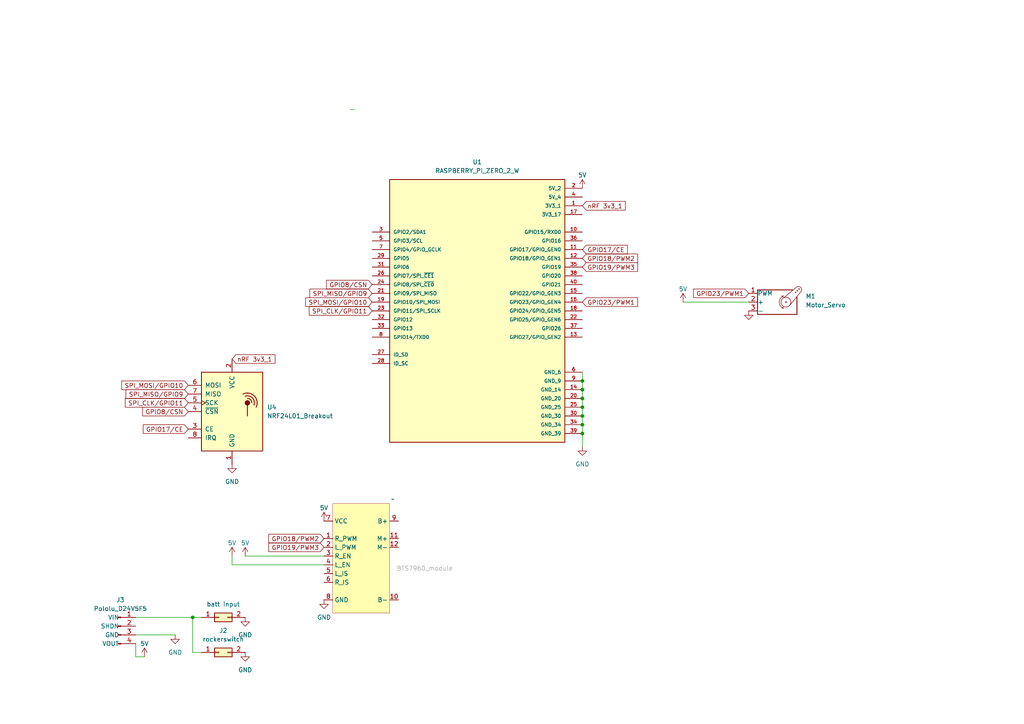
<source format=kicad_sch>
(kicad_sch
	(version 20250114)
	(generator "eeschema")
	(generator_version "9.0")
	(uuid "c8405580-4e51-4ad4-ba46-f370dc369b98")
	(paper "A4")
	(lib_symbols
		(symbol "BTS7690_module:BTS7690"
			(exclude_from_sim no)
			(in_bom yes)
			(on_board yes)
			(property "Reference" "U"
				(at 2.54 -1.27 0)
				(effects
					(font
						(size 1.27 1.27)
					)
					(hide yes)
				)
			)
			(property "Value" ""
				(at 0 0 0)
				(effects
					(font
						(size 1.27 1.27)
					)
				)
			)
			(property "Footprint" ""
				(at 0 0 0)
				(effects
					(font
						(size 1.27 1.27)
					)
					(hide yes)
				)
			)
			(property "Datasheet" ""
				(at 0 0 0)
				(effects
					(font
						(size 1.27 1.27)
					)
					(hide yes)
				)
			)
			(property "Description" ""
				(at 0 0 0)
				(effects
					(font
						(size 1.27 1.27)
					)
					(hide yes)
				)
			)
			(symbol "BTS7690_0_1"
				(rectangle
					(start -8.89 15.24)
					(end 7.62 -16.51)
					(stroke
						(width 0.0254)
						(type default)
					)
					(fill
						(type color)
						(color 255 254 177 1)
					)
				)
			)
			(symbol "BTS7690_1_1"
				(text "BTS7960_module\n"
					(at 17.78 -3.556 0)
					(effects
						(font
							(size 1.27 1.27)
							(color 174 174 174 1)
						)
					)
				)
				(pin power_in line
					(at -11.43 10.16 0)
					(length 2.54)
					(name "VCC"
						(effects
							(font
								(size 1.27 1.27)
							)
						)
					)
					(number "7"
						(effects
							(font
								(size 1.27 1.27)
							)
						)
					)
				)
				(pin input line
					(at -11.43 5.08 0)
					(length 2.54)
					(name "R_PWM"
						(effects
							(font
								(size 1.27 1.27)
							)
						)
					)
					(number "1"
						(effects
							(font
								(size 1.27 1.27)
							)
						)
					)
				)
				(pin input line
					(at -11.43 2.54 0)
					(length 2.54)
					(name "L_PWM"
						(effects
							(font
								(size 1.27 1.27)
							)
						)
					)
					(number "2"
						(effects
							(font
								(size 1.27 1.27)
							)
						)
					)
				)
				(pin input line
					(at -11.43 0 0)
					(length 2.54)
					(name "R_EN"
						(effects
							(font
								(size 1.27 1.27)
							)
						)
					)
					(number "3"
						(effects
							(font
								(size 1.27 1.27)
							)
						)
					)
				)
				(pin input line
					(at -11.43 -2.54 0)
					(length 2.54)
					(name "L_EN"
						(effects
							(font
								(size 1.27 1.27)
							)
						)
					)
					(number "4"
						(effects
							(font
								(size 1.27 1.27)
							)
						)
					)
				)
				(pin input line
					(at -11.43 -5.08 0)
					(length 2.54)
					(name "L_IS"
						(effects
							(font
								(size 1.27 1.27)
							)
						)
					)
					(number "5"
						(effects
							(font
								(size 1.27 1.27)
							)
						)
					)
				)
				(pin input line
					(at -11.43 -7.62 0)
					(length 2.54)
					(name "R_IS"
						(effects
							(font
								(size 1.27 1.27)
							)
						)
					)
					(number "6"
						(effects
							(font
								(size 1.27 1.27)
							)
						)
					)
				)
				(pin passive line
					(at -11.43 -12.7 0)
					(length 2.54)
					(name "GND"
						(effects
							(font
								(size 1.27 1.27)
							)
						)
					)
					(number "8"
						(effects
							(font
								(size 1.27 1.27)
							)
						)
					)
				)
				(pin passive line
					(at 10.16 10.16 180)
					(length 2.54)
					(name "B+"
						(effects
							(font
								(size 1.27 1.27)
							)
						)
					)
					(number "9"
						(effects
							(font
								(size 1.27 1.27)
							)
						)
					)
				)
				(pin passive line
					(at 10.16 5.08 180)
					(length 2.54)
					(name "M+"
						(effects
							(font
								(size 1.27 1.27)
							)
						)
					)
					(number "11"
						(effects
							(font
								(size 1.27 1.27)
							)
						)
					)
				)
				(pin passive line
					(at 10.16 2.54 180)
					(length 2.54)
					(name "M-"
						(effects
							(font
								(size 1.27 1.27)
							)
						)
					)
					(number "12"
						(effects
							(font
								(size 1.27 1.27)
							)
						)
					)
				)
				(pin passive line
					(at 10.16 -12.7 180)
					(length 2.54)
					(name "B-"
						(effects
							(font
								(size 1.27 1.27)
							)
						)
					)
					(number "10"
						(effects
							(font
								(size 1.27 1.27)
							)
						)
					)
				)
			)
			(embedded_fonts no)
		)
		(symbol "Connector_Generic:Conn_02x01"
			(pin_names
				(offset 1.016)
				(hide yes)
			)
			(exclude_from_sim no)
			(in_bom yes)
			(on_board yes)
			(property "Reference" "J"
				(at 1.27 2.54 0)
				(effects
					(font
						(size 1.27 1.27)
					)
				)
			)
			(property "Value" "Conn_02x01"
				(at 1.27 -2.54 0)
				(effects
					(font
						(size 1.27 1.27)
					)
				)
			)
			(property "Footprint" ""
				(at 0 0 0)
				(effects
					(font
						(size 1.27 1.27)
					)
					(hide yes)
				)
			)
			(property "Datasheet" "~"
				(at 0 0 0)
				(effects
					(font
						(size 1.27 1.27)
					)
					(hide yes)
				)
			)
			(property "Description" "Generic connector, double row, 02x01, this symbol is compatible with counter-clockwise, top-bottom and odd-even numbering schemes., script generated (kicad-library-utils/schlib/autogen/connector/)"
				(at 0 0 0)
				(effects
					(font
						(size 1.27 1.27)
					)
					(hide yes)
				)
			)
			(property "ki_keywords" "connector"
				(at 0 0 0)
				(effects
					(font
						(size 1.27 1.27)
					)
					(hide yes)
				)
			)
			(property "ki_fp_filters" "Connector*:*_2x??_*"
				(at 0 0 0)
				(effects
					(font
						(size 1.27 1.27)
					)
					(hide yes)
				)
			)
			(symbol "Conn_02x01_1_1"
				(rectangle
					(start -1.27 1.27)
					(end 3.81 -1.27)
					(stroke
						(width 0.254)
						(type default)
					)
					(fill
						(type background)
					)
				)
				(rectangle
					(start -1.27 0.127)
					(end 0 -0.127)
					(stroke
						(width 0.1524)
						(type default)
					)
					(fill
						(type none)
					)
				)
				(rectangle
					(start 3.81 0.127)
					(end 2.54 -0.127)
					(stroke
						(width 0.1524)
						(type default)
					)
					(fill
						(type none)
					)
				)
				(pin passive line
					(at -5.08 0 0)
					(length 3.81)
					(name "Pin_1"
						(effects
							(font
								(size 1.27 1.27)
							)
						)
					)
					(number "1"
						(effects
							(font
								(size 1.27 1.27)
							)
						)
					)
				)
				(pin passive line
					(at 7.62 0 180)
					(length 3.81)
					(name "Pin_2"
						(effects
							(font
								(size 1.27 1.27)
							)
						)
					)
					(number "2"
						(effects
							(font
								(size 1.27 1.27)
							)
						)
					)
				)
			)
			(embedded_fonts no)
		)
		(symbol "Motor:Motor_Servo"
			(pin_names
				(offset 0.0254)
			)
			(exclude_from_sim no)
			(in_bom yes)
			(on_board yes)
			(property "Reference" "M"
				(at -5.08 4.445 0)
				(effects
					(font
						(size 1.27 1.27)
					)
					(justify left)
				)
			)
			(property "Value" "Motor_Servo"
				(at -5.08 -4.064 0)
				(effects
					(font
						(size 1.27 1.27)
					)
					(justify left top)
				)
			)
			(property "Footprint" ""
				(at 0 -4.826 0)
				(effects
					(font
						(size 1.27 1.27)
					)
					(hide yes)
				)
			)
			(property "Datasheet" "http://forums.parallax.com/uploads/attachments/46831/74481.png"
				(at 0 -4.826 0)
				(effects
					(font
						(size 1.27 1.27)
					)
					(hide yes)
				)
			)
			(property "Description" "Servo Motor (Futaba, HiTec, JR connector)"
				(at 0 0 0)
				(effects
					(font
						(size 1.27 1.27)
					)
					(hide yes)
				)
			)
			(property "ki_keywords" "Servo Motor"
				(at 0 0 0)
				(effects
					(font
						(size 1.27 1.27)
					)
					(hide yes)
				)
			)
			(property "ki_fp_filters" "PinHeader*P2.54mm*"
				(at 0 0 0)
				(effects
					(font
						(size 1.27 1.27)
					)
					(hide yes)
				)
			)
			(symbol "Motor_Servo_0_1"
				(polyline
					(pts
						(xy 2.413 1.778) (xy 1.905 1.778)
					)
					(stroke
						(width 0)
						(type default)
					)
					(fill
						(type none)
					)
				)
				(polyline
					(pts
						(xy 2.413 1.778) (xy 2.286 1.397)
					)
					(stroke
						(width 0)
						(type default)
					)
					(fill
						(type none)
					)
				)
				(polyline
					(pts
						(xy 2.413 -1.778) (xy 2.032 -1.778)
					)
					(stroke
						(width 0)
						(type default)
					)
					(fill
						(type none)
					)
				)
				(polyline
					(pts
						(xy 2.413 -1.778) (xy 2.286 -1.397)
					)
					(stroke
						(width 0)
						(type default)
					)
					(fill
						(type none)
					)
				)
				(arc
					(start 2.413 -1.778)
					(mid 1.2406 0)
					(end 2.413 1.778)
					(stroke
						(width 0)
						(type default)
					)
					(fill
						(type none)
					)
				)
				(circle
					(center 3.175 0)
					(radius 0.1778)
					(stroke
						(width 0)
						(type default)
					)
					(fill
						(type none)
					)
				)
				(circle
					(center 3.175 0)
					(radius 1.4224)
					(stroke
						(width 0)
						(type default)
					)
					(fill
						(type none)
					)
				)
				(polyline
					(pts
						(xy 5.08 3.556) (xy -5.08 3.556) (xy -5.08 -3.556) (xy 6.35 -3.556) (xy 6.35 1.524)
					)
					(stroke
						(width 0.254)
						(type default)
					)
					(fill
						(type none)
					)
				)
				(circle
					(center 5.969 2.794)
					(radius 0.127)
					(stroke
						(width 0)
						(type default)
					)
					(fill
						(type none)
					)
				)
				(polyline
					(pts
						(xy 6.35 4.445) (xy 2.54 1.27)
					)
					(stroke
						(width 0)
						(type default)
					)
					(fill
						(type none)
					)
				)
				(circle
					(center 6.477 3.302)
					(radius 0.127)
					(stroke
						(width 0)
						(type default)
					)
					(fill
						(type none)
					)
				)
				(arc
					(start 6.35 4.445)
					(mid 7.4487 4.2737)
					(end 7.62 3.175)
					(stroke
						(width 0)
						(type default)
					)
					(fill
						(type none)
					)
				)
				(circle
					(center 6.985 3.81)
					(radius 0.127)
					(stroke
						(width 0)
						(type default)
					)
					(fill
						(type none)
					)
				)
				(polyline
					(pts
						(xy 7.62 3.175) (xy 4.191 -1.016)
					)
					(stroke
						(width 0)
						(type default)
					)
					(fill
						(type none)
					)
				)
			)
			(symbol "Motor_Servo_1_1"
				(pin passive line
					(at -7.62 2.54 0)
					(length 2.54)
					(name "PWM"
						(effects
							(font
								(size 1.27 1.27)
							)
						)
					)
					(number "1"
						(effects
							(font
								(size 1.27 1.27)
							)
						)
					)
				)
				(pin passive line
					(at -7.62 0 0)
					(length 2.54)
					(name "+"
						(effects
							(font
								(size 1.27 1.27)
							)
						)
					)
					(number "2"
						(effects
							(font
								(size 1.27 1.27)
							)
						)
					)
				)
				(pin passive line
					(at -7.62 -2.54 0)
					(length 2.54)
					(name "-"
						(effects
							(font
								(size 1.27 1.27)
							)
						)
					)
					(number "3"
						(effects
							(font
								(size 1.27 1.27)
							)
						)
					)
				)
			)
			(embedded_fonts no)
		)
		(symbol "RASPBERRY_PI_ZERO_2_W:RASPBERRY_PI_ZERO_2_W"
			(pin_names
				(offset 1.016)
			)
			(exclude_from_sim no)
			(in_bom yes)
			(on_board yes)
			(property "Reference" "U"
				(at -36.85 57.1762 0)
				(effects
					(font
						(size 1.27 1.27)
					)
					(justify left bottom)
				)
			)
			(property "Value" "RASPBERRY_PI_ZERO_2_W"
				(at -36.8491 -22.8887 0)
				(effects
					(font
						(size 1.27 1.27)
					)
					(justify left bottom)
				)
			)
			(property "Footprint" "RASPBERRY_PI_ZERO_2_W:MODULE_RASPBERRY_PI_ZERO_2_W"
				(at -21.59 -54.61 0)
				(effects
					(font
						(size 1.27 1.27)
					)
					(justify bottom)
					(hide yes)
				)
			)
			(property "Datasheet" ""
				(at 0 0 0)
				(effects
					(font
						(size 1.27 1.27)
					)
					(hide yes)
				)
			)
			(property "Description" ""
				(at 0 0 0)
				(effects
					(font
						(size 1.27 1.27)
					)
					(hide yes)
				)
			)
			(property "MF" "Raspberry Pi"
				(at -26.416 -42.418 0)
				(effects
					(font
						(size 1.27 1.27)
					)
					(justify bottom)
					(hide yes)
				)
			)
			(property "Description_1" "At the heart of Raspberry Pi Zero 2 W is RP3A0, a custom-built system-in-package designed by Raspberry Pi in the UK."
				(at 44.958 -52.07 0)
				(effects
					(font
						(size 1.27 1.27)
					)
					(justify bottom)
					(hide yes)
				)
			)
			(property "Package" "None"
				(at -37.338 -49.53 0)
				(effects
					(font
						(size 1.27 1.27)
					)
					(justify bottom)
					(hide yes)
				)
			)
			(property "Price" "None"
				(at -65.786 -52.832 0)
				(effects
					(font
						(size 1.27 1.27)
					)
					(justify bottom)
					(hide yes)
				)
			)
			(property "Check_prices" "https://www.snapeda.com/parts/RASPBERRY%20PI%20ZERO%202%20W/Raspberry+Pi/view-part/?ref=eda"
				(at -18.288 -30.48 0)
				(effects
					(font
						(size 1.27 1.27)
					)
					(justify bottom)
					(hide yes)
				)
			)
			(property "STANDARD" "Manufacturer Recommendations"
				(at -17.78 -56.388 0)
				(effects
					(font
						(size 1.27 1.27)
					)
					(justify bottom)
					(hide yes)
				)
			)
			(property "PARTREV" "April 2024"
				(at -51.816 -45.72 0)
				(effects
					(font
						(size 1.27 1.27)
					)
					(justify bottom)
					(hide yes)
				)
			)
			(property "SnapEDA_Link" "https://www.snapeda.com/parts/RASPBERRY%20PI%20ZERO%202%20W/Raspberry+Pi/view-part/?ref=snap"
				(at -16.256 -36.83 0)
				(effects
					(font
						(size 1.27 1.27)
					)
					(justify bottom)
					(hide yes)
				)
			)
			(property "MP" "RASPBERRY PI ZERO 2 W"
				(at -12.446 -4.318 0)
				(effects
					(font
						(size 1.27 1.27)
					)
					(justify bottom)
					(hide yes)
				)
			)
			(property "Availability" "In Stock"
				(at -54.864 -44.704 0)
				(effects
					(font
						(size 1.27 1.27)
					)
					(justify bottom)
					(hide yes)
				)
			)
			(property "MANUFACTURER" "Raspberry Pi"
				(at -49.53 -44.958 0)
				(effects
					(font
						(size 1.27 1.27)
					)
					(justify bottom)
					(hide yes)
				)
			)
			(symbol "RASPBERRY_PI_ZERO_2_W_0_0"
				(rectangle
					(start -36.83 -20.32)
					(end 13.97 55.88)
					(stroke
						(width 0.254)
						(type default)
					)
					(fill
						(type background)
					)
				)
				(pin bidirectional line
					(at -41.91 40.64 0)
					(length 5.08)
					(name "GPIO2/SDA1"
						(effects
							(font
								(size 1.016 1.016)
							)
						)
					)
					(number "3"
						(effects
							(font
								(size 1.016 1.016)
							)
						)
					)
				)
				(pin bidirectional line
					(at -41.91 38.1 0)
					(length 5.08)
					(name "GPIO3/SCL"
						(effects
							(font
								(size 1.016 1.016)
							)
						)
					)
					(number "5"
						(effects
							(font
								(size 1.016 1.016)
							)
						)
					)
				)
				(pin bidirectional line
					(at -41.91 35.56 0)
					(length 5.08)
					(name "GPIO4/GPIO_GCLK"
						(effects
							(font
								(size 1.016 1.016)
							)
						)
					)
					(number "7"
						(effects
							(font
								(size 1.016 1.016)
							)
						)
					)
				)
				(pin bidirectional line
					(at -41.91 33.02 0)
					(length 5.08)
					(name "GPIO5"
						(effects
							(font
								(size 1.016 1.016)
							)
						)
					)
					(number "29"
						(effects
							(font
								(size 1.016 1.016)
							)
						)
					)
				)
				(pin bidirectional line
					(at -41.91 30.48 0)
					(length 5.08)
					(name "GPIO6"
						(effects
							(font
								(size 1.016 1.016)
							)
						)
					)
					(number "31"
						(effects
							(font
								(size 1.016 1.016)
							)
						)
					)
				)
				(pin bidirectional line
					(at -41.91 27.94 0)
					(length 5.08)
					(name "GPIO7/SPI_~{CE1}"
						(effects
							(font
								(size 1.016 1.016)
							)
						)
					)
					(number "26"
						(effects
							(font
								(size 1.016 1.016)
							)
						)
					)
				)
				(pin bidirectional line
					(at -41.91 25.4 0)
					(length 5.08)
					(name "GPIO8/SPI_~{CE0}"
						(effects
							(font
								(size 1.016 1.016)
							)
						)
					)
					(number "24"
						(effects
							(font
								(size 1.016 1.016)
							)
						)
					)
				)
				(pin bidirectional line
					(at -41.91 22.86 0)
					(length 5.08)
					(name "GPIO9/SPI_MISO"
						(effects
							(font
								(size 1.016 1.016)
							)
						)
					)
					(number "21"
						(effects
							(font
								(size 1.016 1.016)
							)
						)
					)
				)
				(pin bidirectional line
					(at -41.91 20.32 0)
					(length 5.08)
					(name "GPIO10/SPI_MOSI"
						(effects
							(font
								(size 1.016 1.016)
							)
						)
					)
					(number "19"
						(effects
							(font
								(size 1.016 1.016)
							)
						)
					)
				)
				(pin bidirectional line
					(at -41.91 17.78 0)
					(length 5.08)
					(name "GPIO11/SPI_SCLK"
						(effects
							(font
								(size 1.016 1.016)
							)
						)
					)
					(number "23"
						(effects
							(font
								(size 1.016 1.016)
							)
						)
					)
				)
				(pin bidirectional line
					(at -41.91 15.24 0)
					(length 5.08)
					(name "GPIO12"
						(effects
							(font
								(size 1.016 1.016)
							)
						)
					)
					(number "32"
						(effects
							(font
								(size 1.016 1.016)
							)
						)
					)
				)
				(pin bidirectional line
					(at -41.91 12.7 0)
					(length 5.08)
					(name "GPIO13"
						(effects
							(font
								(size 1.016 1.016)
							)
						)
					)
					(number "33"
						(effects
							(font
								(size 1.016 1.016)
							)
						)
					)
				)
				(pin bidirectional line
					(at -41.91 10.16 0)
					(length 5.08)
					(name "GPIO14/TXD0"
						(effects
							(font
								(size 1.016 1.016)
							)
						)
					)
					(number "8"
						(effects
							(font
								(size 1.016 1.016)
							)
						)
					)
				)
				(pin bidirectional line
					(at -41.91 5.08 0)
					(length 5.08)
					(name "ID_SD"
						(effects
							(font
								(size 1.016 1.016)
							)
						)
					)
					(number "27"
						(effects
							(font
								(size 1.016 1.016)
							)
						)
					)
				)
				(pin bidirectional line
					(at -41.91 2.54 0)
					(length 5.08)
					(name "ID_SC"
						(effects
							(font
								(size 1.016 1.016)
							)
						)
					)
					(number "28"
						(effects
							(font
								(size 1.016 1.016)
							)
						)
					)
				)
				(pin power_in line
					(at 19.05 53.34 180)
					(length 5.08)
					(name "5V_2"
						(effects
							(font
								(size 1.016 1.016)
							)
						)
					)
					(number "2"
						(effects
							(font
								(size 1.016 1.016)
							)
						)
					)
				)
				(pin power_in line
					(at 19.05 50.8 180)
					(length 5.08)
					(name "5V_4"
						(effects
							(font
								(size 1.016 1.016)
							)
						)
					)
					(number "4"
						(effects
							(font
								(size 1.016 1.016)
							)
						)
					)
				)
				(pin power_in line
					(at 19.05 48.26 180)
					(length 5.08)
					(name "3V3_1"
						(effects
							(font
								(size 1.016 1.016)
							)
						)
					)
					(number "1"
						(effects
							(font
								(size 1.016 1.016)
							)
						)
					)
				)
				(pin power_in line
					(at 19.05 45.72 180)
					(length 5.08)
					(name "3V3_17"
						(effects
							(font
								(size 1.016 1.016)
							)
						)
					)
					(number "17"
						(effects
							(font
								(size 1.016 1.016)
							)
						)
					)
				)
				(pin bidirectional line
					(at 19.05 40.64 180)
					(length 5.08)
					(name "GPIO15/RXD0"
						(effects
							(font
								(size 1.016 1.016)
							)
						)
					)
					(number "10"
						(effects
							(font
								(size 1.016 1.016)
							)
						)
					)
				)
				(pin bidirectional line
					(at 19.05 38.1 180)
					(length 5.08)
					(name "GPIO16"
						(effects
							(font
								(size 1.016 1.016)
							)
						)
					)
					(number "36"
						(effects
							(font
								(size 1.016 1.016)
							)
						)
					)
				)
				(pin bidirectional line
					(at 19.05 35.56 180)
					(length 5.08)
					(name "GPIO17/GPIO_GEN0"
						(effects
							(font
								(size 1.016 1.016)
							)
						)
					)
					(number "11"
						(effects
							(font
								(size 1.016 1.016)
							)
						)
					)
				)
				(pin bidirectional line
					(at 19.05 33.02 180)
					(length 5.08)
					(name "GPIO18/GPIO_GEN1"
						(effects
							(font
								(size 1.016 1.016)
							)
						)
					)
					(number "12"
						(effects
							(font
								(size 1.016 1.016)
							)
						)
					)
				)
				(pin bidirectional line
					(at 19.05 30.48 180)
					(length 5.08)
					(name "GPIO19"
						(effects
							(font
								(size 1.016 1.016)
							)
						)
					)
					(number "35"
						(effects
							(font
								(size 1.016 1.016)
							)
						)
					)
				)
				(pin bidirectional line
					(at 19.05 27.94 180)
					(length 5.08)
					(name "GPIO20"
						(effects
							(font
								(size 1.016 1.016)
							)
						)
					)
					(number "38"
						(effects
							(font
								(size 1.016 1.016)
							)
						)
					)
				)
				(pin bidirectional line
					(at 19.05 25.4 180)
					(length 5.08)
					(name "GPIO21"
						(effects
							(font
								(size 1.016 1.016)
							)
						)
					)
					(number "40"
						(effects
							(font
								(size 1.016 1.016)
							)
						)
					)
				)
				(pin bidirectional line
					(at 19.05 22.86 180)
					(length 5.08)
					(name "GPIO22/GPIO_GEN3"
						(effects
							(font
								(size 1.016 1.016)
							)
						)
					)
					(number "15"
						(effects
							(font
								(size 1.016 1.016)
							)
						)
					)
				)
				(pin bidirectional line
					(at 19.05 20.32 180)
					(length 5.08)
					(name "GPIO23/GPIO_GEN4"
						(effects
							(font
								(size 1.016 1.016)
							)
						)
					)
					(number "16"
						(effects
							(font
								(size 1.016 1.016)
							)
						)
					)
				)
				(pin bidirectional line
					(at 19.05 17.78 180)
					(length 5.08)
					(name "GPIO24/GPIO_GEN5"
						(effects
							(font
								(size 1.016 1.016)
							)
						)
					)
					(number "18"
						(effects
							(font
								(size 1.016 1.016)
							)
						)
					)
				)
				(pin bidirectional line
					(at 19.05 15.24 180)
					(length 5.08)
					(name "GPIO25/GPIO_GEN6"
						(effects
							(font
								(size 1.016 1.016)
							)
						)
					)
					(number "22"
						(effects
							(font
								(size 1.016 1.016)
							)
						)
					)
				)
				(pin bidirectional line
					(at 19.05 12.7 180)
					(length 5.08)
					(name "GPIO26"
						(effects
							(font
								(size 1.016 1.016)
							)
						)
					)
					(number "37"
						(effects
							(font
								(size 1.016 1.016)
							)
						)
					)
				)
				(pin bidirectional line
					(at 19.05 10.16 180)
					(length 5.08)
					(name "GPIO27/GPIO_GEN2"
						(effects
							(font
								(size 1.016 1.016)
							)
						)
					)
					(number "13"
						(effects
							(font
								(size 1.016 1.016)
							)
						)
					)
				)
				(pin power_in line
					(at 19.05 0 180)
					(length 5.08)
					(name "GND_6"
						(effects
							(font
								(size 1.016 1.016)
							)
						)
					)
					(number "6"
						(effects
							(font
								(size 1.016 1.016)
							)
						)
					)
				)
				(pin power_in line
					(at 19.05 -2.54 180)
					(length 5.08)
					(name "GND_9"
						(effects
							(font
								(size 1.016 1.016)
							)
						)
					)
					(number "9"
						(effects
							(font
								(size 1.016 1.016)
							)
						)
					)
				)
				(pin power_in line
					(at 19.05 -5.08 180)
					(length 5.08)
					(name "GND_14"
						(effects
							(font
								(size 1.016 1.016)
							)
						)
					)
					(number "14"
						(effects
							(font
								(size 1.016 1.016)
							)
						)
					)
				)
				(pin power_in line
					(at 19.05 -7.62 180)
					(length 5.08)
					(name "GND_20"
						(effects
							(font
								(size 1.016 1.016)
							)
						)
					)
					(number "20"
						(effects
							(font
								(size 1.016 1.016)
							)
						)
					)
				)
				(pin power_in line
					(at 19.05 -10.16 180)
					(length 5.08)
					(name "GND_25"
						(effects
							(font
								(size 1.016 1.016)
							)
						)
					)
					(number "25"
						(effects
							(font
								(size 1.016 1.016)
							)
						)
					)
				)
				(pin power_in line
					(at 19.05 -12.7 180)
					(length 5.08)
					(name "GND_30"
						(effects
							(font
								(size 1.016 1.016)
							)
						)
					)
					(number "30"
						(effects
							(font
								(size 1.016 1.016)
							)
						)
					)
				)
				(pin power_in line
					(at 19.05 -15.24 180)
					(length 5.08)
					(name "GND_34"
						(effects
							(font
								(size 1.016 1.016)
							)
						)
					)
					(number "34"
						(effects
							(font
								(size 1.016 1.016)
							)
						)
					)
				)
				(pin power_in line
					(at 19.05 -17.78 180)
					(length 5.08)
					(name "GND_39"
						(effects
							(font
								(size 1.016 1.016)
							)
						)
					)
					(number "39"
						(effects
							(font
								(size 1.016 1.016)
							)
						)
					)
				)
			)
			(embedded_fonts no)
		)
		(symbol "RF:NRF24L01_Breakout"
			(pin_names
				(offset 1.016)
			)
			(exclude_from_sim no)
			(in_bom yes)
			(on_board yes)
			(property "Reference" "U"
				(at -8.89 12.7 0)
				(effects
					(font
						(size 1.27 1.27)
					)
					(justify left)
				)
			)
			(property "Value" "NRF24L01_Breakout"
				(at 3.81 12.7 0)
				(effects
					(font
						(size 1.27 1.27)
					)
					(justify left)
				)
			)
			(property "Footprint" "RF_Module:nRF24L01_Breakout"
				(at 3.81 15.24 0)
				(effects
					(font
						(size 1.27 1.27)
						(italic yes)
					)
					(justify left)
					(hide yes)
				)
			)
			(property "Datasheet" "http://www.nordicsemi.com/eng/content/download/2730/34105/file/nRF24L01_Product_Specification_v2_0.pdf"
				(at 0 -2.54 0)
				(effects
					(font
						(size 1.27 1.27)
					)
					(hide yes)
				)
			)
			(property "Description" "Ultra low power 2.4GHz RF Transceiver, Carrier PCB"
				(at 0 0 0)
				(effects
					(font
						(size 1.27 1.27)
					)
					(hide yes)
				)
			)
			(property "ki_keywords" "Low Power RF Transceiver breakout carrier"
				(at 0 0 0)
				(effects
					(font
						(size 1.27 1.27)
					)
					(hide yes)
				)
			)
			(property "ki_fp_filters" "nRF24L01*Breakout*"
				(at 0 0 0)
				(effects
					(font
						(size 1.27 1.27)
					)
					(hide yes)
				)
			)
			(symbol "NRF24L01_Breakout_0_1"
				(rectangle
					(start -8.89 11.43)
					(end 8.89 -11.43)
					(stroke
						(width 0.254)
						(type default)
					)
					(fill
						(type background)
					)
				)
				(arc
					(start 3.175 5.08)
					(mid 6.453 4.548)
					(end 6.985 1.27)
					(stroke
						(width 0.254)
						(type default)
					)
					(fill
						(type none)
					)
				)
				(circle
					(center 4.445 2.54)
					(radius 0.635)
					(stroke
						(width 0.254)
						(type default)
					)
					(fill
						(type outline)
					)
				)
				(polyline
					(pts
						(xy 4.445 1.905) (xy 4.445 -1.27)
					)
					(stroke
						(width 0.254)
						(type default)
					)
					(fill
						(type none)
					)
				)
				(arc
					(start 3.81 4.445)
					(mid 5.8835 3.9785)
					(end 6.35 1.905)
					(stroke
						(width 0.254)
						(type default)
					)
					(fill
						(type none)
					)
				)
				(arc
					(start 4.445 3.81)
					(mid 5.3558 3.4508)
					(end 5.715 2.54)
					(stroke
						(width 0.254)
						(type default)
					)
					(fill
						(type none)
					)
				)
			)
			(symbol "NRF24L01_Breakout_1_1"
				(pin input line
					(at -12.7 7.62 0)
					(length 3.81)
					(name "MOSI"
						(effects
							(font
								(size 1.27 1.27)
							)
						)
					)
					(number "6"
						(effects
							(font
								(size 1.27 1.27)
							)
						)
					)
				)
				(pin output line
					(at -12.7 5.08 0)
					(length 3.81)
					(name "MISO"
						(effects
							(font
								(size 1.27 1.27)
							)
						)
					)
					(number "7"
						(effects
							(font
								(size 1.27 1.27)
							)
						)
					)
				)
				(pin input clock
					(at -12.7 2.54 0)
					(length 3.81)
					(name "SCK"
						(effects
							(font
								(size 1.27 1.27)
							)
						)
					)
					(number "5"
						(effects
							(font
								(size 1.27 1.27)
							)
						)
					)
				)
				(pin input line
					(at -12.7 0 0)
					(length 3.81)
					(name "~{CSN}"
						(effects
							(font
								(size 1.27 1.27)
							)
						)
					)
					(number "4"
						(effects
							(font
								(size 1.27 1.27)
							)
						)
					)
				)
				(pin input line
					(at -12.7 -5.08 0)
					(length 3.81)
					(name "CE"
						(effects
							(font
								(size 1.27 1.27)
							)
						)
					)
					(number "3"
						(effects
							(font
								(size 1.27 1.27)
							)
						)
					)
				)
				(pin output line
					(at -12.7 -7.62 0)
					(length 3.81)
					(name "IRQ"
						(effects
							(font
								(size 1.27 1.27)
							)
						)
					)
					(number "8"
						(effects
							(font
								(size 1.27 1.27)
							)
						)
					)
				)
				(pin power_in line
					(at 0 15.24 270)
					(length 3.81)
					(name "VCC"
						(effects
							(font
								(size 1.27 1.27)
							)
						)
					)
					(number "2"
						(effects
							(font
								(size 1.27 1.27)
							)
						)
					)
				)
				(pin power_in line
					(at 0 -15.24 90)
					(length 3.81)
					(name "GND"
						(effects
							(font
								(size 1.27 1.27)
							)
						)
					)
					(number "1"
						(effects
							(font
								(size 1.27 1.27)
							)
						)
					)
				)
			)
			(embedded_fonts no)
		)
		(symbol "SparkFun-PowerSymbol:5V"
			(power)
			(pin_names
				(offset 0)
			)
			(exclude_from_sim no)
			(in_bom yes)
			(on_board yes)
			(property "Reference" "#PWR"
				(at 0 -3.81 0)
				(effects
					(font
						(size 1.27 1.27)
					)
					(hide yes)
				)
			)
			(property "Value" "5V"
				(at 0 3.81 0)
				(do_not_autoplace)
				(effects
					(font
						(size 1.27 1.27)
					)
				)
			)
			(property "Footprint" ""
				(at 0 0 0)
				(effects
					(font
						(size 1.27 1.27)
					)
					(hide yes)
				)
			)
			(property "Datasheet" ""
				(at 0 0 0)
				(effects
					(font
						(size 1.27 1.27)
					)
					(hide yes)
				)
			)
			(property "Description" "Power symbol creates a global label with name \"5V\""
				(at 0 -6.35 0)
				(effects
					(font
						(size 1.27 1.27)
					)
					(hide yes)
				)
			)
			(property "ki_keywords" "SparkFun global power"
				(at 0 0 0)
				(effects
					(font
						(size 1.27 1.27)
					)
					(hide yes)
				)
			)
			(symbol "5V_0_1"
				(polyline
					(pts
						(xy -0.762 1.27) (xy 0 2.54)
					)
					(stroke
						(width 0)
						(type default)
					)
					(fill
						(type none)
					)
				)
				(polyline
					(pts
						(xy 0 2.54) (xy 0.762 1.27)
					)
					(stroke
						(width 0)
						(type default)
					)
					(fill
						(type none)
					)
				)
				(polyline
					(pts
						(xy 0 0) (xy 0 2.54)
					)
					(stroke
						(width 0)
						(type default)
					)
					(fill
						(type none)
					)
				)
			)
			(symbol "5V_1_1"
				(pin power_in line
					(at 0 0 90)
					(length 0)
					(hide yes)
					(name "5V"
						(effects
							(font
								(size 1.27 1.27)
							)
						)
					)
					(number "1"
						(effects
							(font
								(size 1.27 1.27)
							)
						)
					)
				)
			)
			(embedded_fonts no)
		)
		(symbol "SparkFun-Regulator:Pololu_D24V5F5"
			(pin_names
				(offset 1.016)
			)
			(exclude_from_sim no)
			(in_bom yes)
			(on_board yes)
			(property "Reference" "J"
				(at 0 5.08 0)
				(effects
					(font
						(size 1.27 1.27)
					)
				)
			)
			(property "Value" "Pololu_D24V5F5"
				(at 0 -7.62 0)
				(effects
					(font
						(size 1.27 1.27)
					)
				)
			)
			(property "Footprint" ""
				(at 0 0 0)
				(effects
					(font
						(size 1.27 1.27)
					)
					(hide yes)
				)
			)
			(property "Datasheet" "~"
				(at 0 0 0)
				(effects
					(font
						(size 1.27 1.27)
					)
					(hide yes)
				)
			)
			(property "Description" "Generic connector, single row, 01x04, script generated"
				(at 0 0 0)
				(effects
					(font
						(size 1.27 1.27)
					)
					(hide yes)
				)
			)
			(property "ki_locked" ""
				(at 0 0 0)
				(effects
					(font
						(size 1.27 1.27)
					)
				)
			)
			(property "ki_keywords" "connector"
				(at 0 0 0)
				(effects
					(font
						(size 1.27 1.27)
					)
					(hide yes)
				)
			)
			(property "ki_fp_filters" "Connector*:*_1x??_*"
				(at 0 0 0)
				(effects
					(font
						(size 1.27 1.27)
					)
					(hide yes)
				)
			)
			(symbol "Pololu_D24V5F5_1_1"
				(rectangle
					(start 0.8636 2.667)
					(end 0 2.413)
					(stroke
						(width 0.1524)
						(type default)
					)
					(fill
						(type outline)
					)
				)
				(rectangle
					(start 0.8636 0.127)
					(end 0 -0.127)
					(stroke
						(width 0.1524)
						(type default)
					)
					(fill
						(type outline)
					)
				)
				(rectangle
					(start 0.8636 -2.413)
					(end 0 -2.667)
					(stroke
						(width 0.1524)
						(type default)
					)
					(fill
						(type outline)
					)
				)
				(rectangle
					(start 0.8636 -4.953)
					(end 0 -5.207)
					(stroke
						(width 0.1524)
						(type default)
					)
					(fill
						(type outline)
					)
				)
				(polyline
					(pts
						(xy 1.27 2.54) (xy 0.8636 2.54)
					)
					(stroke
						(width 0.1524)
						(type default)
					)
					(fill
						(type none)
					)
				)
				(polyline
					(pts
						(xy 1.27 0) (xy 0.8636 0)
					)
					(stroke
						(width 0.1524)
						(type default)
					)
					(fill
						(type none)
					)
				)
				(polyline
					(pts
						(xy 1.27 -2.54) (xy 0.8636 -2.54)
					)
					(stroke
						(width 0.1524)
						(type default)
					)
					(fill
						(type none)
					)
				)
				(polyline
					(pts
						(xy 1.27 -5.08) (xy 0.8636 -5.08)
					)
					(stroke
						(width 0.1524)
						(type default)
					)
					(fill
						(type none)
					)
				)
				(pin passive line
					(at 5.08 2.54 180)
					(length 3.81)
					(name "VIN"
						(effects
							(font
								(size 1.27 1.27)
							)
						)
					)
					(number "1"
						(effects
							(font
								(size 1.27 1.27)
							)
						)
					)
				)
				(pin passive line
					(at 5.08 0 180)
					(length 3.81)
					(name "SHDN"
						(effects
							(font
								(size 1.27 1.27)
							)
						)
					)
					(number "2"
						(effects
							(font
								(size 1.27 1.27)
							)
						)
					)
				)
				(pin passive line
					(at 5.08 -2.54 180)
					(length 3.81)
					(name "GND"
						(effects
							(font
								(size 1.27 1.27)
							)
						)
					)
					(number "3"
						(effects
							(font
								(size 1.27 1.27)
							)
						)
					)
				)
				(pin passive line
					(at 5.08 -5.08 180)
					(length 3.81)
					(name "VOUT"
						(effects
							(font
								(size 1.27 1.27)
							)
						)
					)
					(number "4"
						(effects
							(font
								(size 1.27 1.27)
							)
						)
					)
				)
			)
			(embedded_fonts no)
		)
		(symbol "power:GND"
			(power)
			(pin_numbers
				(hide yes)
			)
			(pin_names
				(offset 0)
				(hide yes)
			)
			(exclude_from_sim no)
			(in_bom yes)
			(on_board yes)
			(property "Reference" "#PWR"
				(at 0 -6.35 0)
				(effects
					(font
						(size 1.27 1.27)
					)
					(hide yes)
				)
			)
			(property "Value" "GND"
				(at 0 -3.81 0)
				(effects
					(font
						(size 1.27 1.27)
					)
				)
			)
			(property "Footprint" ""
				(at 0 0 0)
				(effects
					(font
						(size 1.27 1.27)
					)
					(hide yes)
				)
			)
			(property "Datasheet" ""
				(at 0 0 0)
				(effects
					(font
						(size 1.27 1.27)
					)
					(hide yes)
				)
			)
			(property "Description" "Power symbol creates a global label with name \"GND\" , ground"
				(at 0 0 0)
				(effects
					(font
						(size 1.27 1.27)
					)
					(hide yes)
				)
			)
			(property "ki_keywords" "global power"
				(at 0 0 0)
				(effects
					(font
						(size 1.27 1.27)
					)
					(hide yes)
				)
			)
			(symbol "GND_0_1"
				(polyline
					(pts
						(xy 0 0) (xy 0 -1.27) (xy 1.27 -1.27) (xy 0 -2.54) (xy -1.27 -1.27) (xy 0 -1.27)
					)
					(stroke
						(width 0)
						(type default)
					)
					(fill
						(type none)
					)
				)
			)
			(symbol "GND_1_1"
				(pin power_in line
					(at 0 0 270)
					(length 0)
					(name "~"
						(effects
							(font
								(size 1.27 1.27)
							)
						)
					)
					(number "1"
						(effects
							(font
								(size 1.27 1.27)
							)
						)
					)
				)
			)
			(embedded_fonts no)
		)
	)
	(junction
		(at 168.91 123.19)
		(diameter 0)
		(color 0 0 0 0)
		(uuid "1f26307c-dcc9-4582-9c00-1a2f98481c70")
	)
	(junction
		(at 168.91 120.65)
		(diameter 0)
		(color 0 0 0 0)
		(uuid "53f07cd3-5560-41a3-a4b0-31d7cf05e5e1")
	)
	(junction
		(at 55.88 179.07)
		(diameter 0)
		(color 0 0 0 0)
		(uuid "5700e492-a5d7-44f3-baf5-6bc04deb390c")
	)
	(junction
		(at 168.91 113.03)
		(diameter 0)
		(color 0 0 0 0)
		(uuid "8b93b5b7-884c-40b1-9fa8-b83abfb75aef")
	)
	(junction
		(at 168.91 115.57)
		(diameter 0)
		(color 0 0 0 0)
		(uuid "932b0f60-b51e-4fdd-b55b-ef2466411734")
	)
	(junction
		(at 168.91 118.11)
		(diameter 0)
		(color 0 0 0 0)
		(uuid "b9d6399d-aaa3-4c44-9478-3a2f8847aa9d")
	)
	(junction
		(at 168.91 110.49)
		(diameter 0)
		(color 0 0 0 0)
		(uuid "cb84968d-a572-4eb9-8e7c-67b5710e3867")
	)
	(junction
		(at 168.91 125.73)
		(diameter 0)
		(color 0 0 0 0)
		(uuid "eccc147d-8964-43cc-8139-0ce22aa4b65e")
	)
	(wire
		(pts
			(xy 39.37 190.5) (xy 41.91 190.5)
		)
		(stroke
			(width 0)
			(type default)
		)
		(uuid "038304e6-0cc9-470b-b0bb-64753a4130c9")
	)
	(wire
		(pts
			(xy 71.12 161.29) (xy 93.98 161.29)
		)
		(stroke
			(width 0)
			(type default)
		)
		(uuid "089b2720-2bcf-42b4-bdcf-75e6ff51894f")
	)
	(wire
		(pts
			(xy 168.91 110.49) (xy 168.91 113.03)
		)
		(stroke
			(width 0)
			(type default)
		)
		(uuid "0f39cb83-1612-4358-9ff4-f28b5e5bb226")
	)
	(wire
		(pts
			(xy 55.88 189.23) (xy 55.88 179.07)
		)
		(stroke
			(width 0)
			(type default)
		)
		(uuid "15ccfb99-800e-4233-aac7-fcd2dd334bb8")
	)
	(wire
		(pts
			(xy 102.87 31.75) (xy 101.6 31.75)
		)
		(stroke
			(width 0)
			(type default)
		)
		(uuid "18a201a6-c046-4503-846c-cc1cc5e302f5")
	)
	(wire
		(pts
			(xy 168.91 118.11) (xy 168.91 120.65)
		)
		(stroke
			(width 0)
			(type default)
		)
		(uuid "1e2fa73b-035e-4b52-93a6-425eb463e92a")
	)
	(wire
		(pts
			(xy 168.91 123.19) (xy 168.91 125.73)
		)
		(stroke
			(width 0)
			(type default)
		)
		(uuid "376c0dc2-fad8-4754-aac8-f8f5eb3f23d6")
	)
	(wire
		(pts
			(xy 58.42 189.23) (xy 55.88 189.23)
		)
		(stroke
			(width 0)
			(type default)
		)
		(uuid "430f963d-e63c-4fcf-8100-d1b631c8b14b")
	)
	(wire
		(pts
			(xy 67.31 163.83) (xy 93.98 163.83)
		)
		(stroke
			(width 0)
			(type default)
		)
		(uuid "53636d11-5c3d-4396-b4f9-e110f2a9c1cd")
	)
	(wire
		(pts
			(xy 168.91 125.73) (xy 168.91 129.54)
		)
		(stroke
			(width 0)
			(type default)
		)
		(uuid "6bc3c343-4b1e-492c-98d9-7ee2093ab609")
	)
	(wire
		(pts
			(xy 168.91 107.95) (xy 168.91 110.49)
		)
		(stroke
			(width 0)
			(type default)
		)
		(uuid "8414aae4-7007-4958-91fb-9d5e3991305d")
	)
	(wire
		(pts
			(xy 39.37 179.07) (xy 55.88 179.07)
		)
		(stroke
			(width 0)
			(type default)
		)
		(uuid "8cf37ead-46a6-4e32-914a-79dbbbb605bc")
	)
	(wire
		(pts
			(xy 198.12 87.63) (xy 217.17 87.63)
		)
		(stroke
			(width 0)
			(type default)
		)
		(uuid "917dddb1-e1ce-4dcb-aa0e-99d0cc8650a0")
	)
	(wire
		(pts
			(xy 55.88 179.07) (xy 58.42 179.07)
		)
		(stroke
			(width 0)
			(type default)
		)
		(uuid "959faf7f-afd5-4de0-9889-b16267dc130c")
	)
	(wire
		(pts
			(xy 39.37 186.69) (xy 39.37 190.5)
		)
		(stroke
			(width 0)
			(type default)
		)
		(uuid "ab03b3e9-f687-4924-89e9-f40cf87dbea1")
	)
	(wire
		(pts
			(xy 168.91 113.03) (xy 168.91 115.57)
		)
		(stroke
			(width 0)
			(type default)
		)
		(uuid "d17edb0f-3672-42e1-bf68-80b427c0e5fa")
	)
	(wire
		(pts
			(xy 168.91 115.57) (xy 168.91 118.11)
		)
		(stroke
			(width 0)
			(type default)
		)
		(uuid "f50968ec-6a56-4ac4-b9c3-a68dda66c8e6")
	)
	(wire
		(pts
			(xy 39.37 184.15) (xy 50.8 184.15)
		)
		(stroke
			(width 0)
			(type default)
		)
		(uuid "f846f30b-39e1-4079-b4dd-41876224f77b")
	)
	(wire
		(pts
			(xy 168.91 120.65) (xy 168.91 123.19)
		)
		(stroke
			(width 0)
			(type default)
		)
		(uuid "f8a60ac8-2e66-4c10-9db9-a3680ef9135f")
	)
	(wire
		(pts
			(xy 67.31 161.29) (xy 67.31 163.83)
		)
		(stroke
			(width 0)
			(type default)
		)
		(uuid "fdeea896-9a2d-4cda-abcb-d2d73e5decde")
	)
	(global_label "SPI_MOSI{slash}GPIO10"
		(shape input)
		(at 54.61 111.76 180)
		(fields_autoplaced yes)
		(effects
			(font
				(size 1.27 1.27)
			)
			(justify right)
		)
		(uuid "05e305ca-b00a-41c9-b0c2-4510d298fb12")
		(property "Intersheetrefs" "${INTERSHEET_REFS}"
			(at 34.7519 111.76 0)
			(effects
				(font
					(size 1.27 1.27)
				)
				(justify right)
				(hide yes)
			)
		)
	)
	(global_label "GPIO17{slash}CE"
		(shape input)
		(at 54.61 124.46 180)
		(fields_autoplaced yes)
		(effects
			(font
				(size 1.27 1.27)
			)
			(justify right)
		)
		(uuid "0b90add7-1fe6-41ba-9dde-f76e160dc6cc")
		(property "Intersheetrefs" "${INTERSHEET_REFS}"
			(at 40.981 124.46 0)
			(effects
				(font
					(size 1.27 1.27)
				)
				(justify right)
				(hide yes)
			)
		)
	)
	(global_label "GPIO18{slash}PWM2"
		(shape input)
		(at 93.98 156.21 180)
		(fields_autoplaced yes)
		(effects
			(font
				(size 1.27 1.27)
			)
			(justify right)
		)
		(uuid "3bc42fa0-21a6-4f1b-bc88-cf407fe0c4c9")
		(property "Intersheetrefs" "${INTERSHEET_REFS}"
			(at 110.5723 156.21 0)
			(effects
				(font
					(size 1.27 1.27)
				)
				(justify left)
				(hide yes)
			)
		)
	)
	(global_label "nRF 3v3_1"
		(shape input)
		(at 168.91 59.69 0)
		(fields_autoplaced yes)
		(effects
			(font
				(size 1.27 1.27)
			)
			(justify left)
		)
		(uuid "3f21d439-ee11-409f-a85c-bd153454ead5")
		(property "Intersheetrefs" "${INTERSHEET_REFS}"
			(at 182.2365 59.69 0)
			(effects
				(font
					(size 1.27 1.27)
				)
				(justify left)
				(hide yes)
			)
		)
	)
	(global_label "SPI_MISO{slash}GPIO9"
		(shape input)
		(at 54.61 114.3 180)
		(fields_autoplaced yes)
		(effects
			(font
				(size 1.27 1.27)
			)
			(justify right)
		)
		(uuid "50549dd2-053c-474c-9097-f1fce5c7289b")
		(property "Intersheetrefs" "${INTERSHEET_REFS}"
			(at 73.2586 114.3 0)
			(effects
				(font
					(size 1.27 1.27)
				)
				(justify left)
				(hide yes)
			)
		)
	)
	(global_label "SPI_MISO{slash}GPIO9"
		(shape input)
		(at 107.95 85.09 180)
		(fields_autoplaced yes)
		(effects
			(font
				(size 1.27 1.27)
			)
			(justify right)
		)
		(uuid "51e8c29b-87c5-4ef4-923e-c3bf991ace6d")
		(property "Intersheetrefs" "${INTERSHEET_REFS}"
			(at 126.5986 85.09 0)
			(effects
				(font
					(size 1.27 1.27)
				)
				(justify left)
				(hide yes)
			)
		)
	)
	(global_label "GPIO23{slash}PWM1"
		(shape input)
		(at 168.91 87.63 0)
		(fields_autoplaced yes)
		(effects
			(font
				(size 1.27 1.27)
			)
			(justify left)
		)
		(uuid "565cf887-d106-4abf-a347-6f9b47e8aad2")
		(property "Intersheetrefs" "${INTERSHEET_REFS}"
			(at 152.3177 87.63 0)
			(effects
				(font
					(size 1.27 1.27)
				)
				(justify right)
				(hide yes)
			)
		)
	)
	(global_label "GPIO19{slash}PWM3"
		(shape input)
		(at 168.91 77.47 0)
		(fields_autoplaced yes)
		(effects
			(font
				(size 1.27 1.27)
			)
			(justify left)
		)
		(uuid "6c2fc245-5d51-41a6-8993-993140f4398b")
		(property "Intersheetrefs" "${INTERSHEET_REFS}"
			(at 185.5023 77.47 0)
			(effects
				(font
					(size 1.27 1.27)
				)
				(justify left)
				(hide yes)
			)
		)
	)
	(global_label "GPIO19{slash}PWM3"
		(shape input)
		(at 93.98 158.75 180)
		(fields_autoplaced yes)
		(effects
			(font
				(size 1.27 1.27)
			)
			(justify right)
		)
		(uuid "7d7a56bf-3743-4d89-92b4-0afa7c96b419")
		(property "Intersheetrefs" "${INTERSHEET_REFS}"
			(at 77.3877 158.75 0)
			(effects
				(font
					(size 1.27 1.27)
				)
				(justify right)
				(hide yes)
			)
		)
	)
	(global_label "GPIO8{slash}CSN"
		(shape input)
		(at 107.95 82.55 180)
		(fields_autoplaced yes)
		(effects
			(font
				(size 1.27 1.27)
			)
			(justify right)
		)
		(uuid "7dceea10-4b03-4fea-953a-4722eb7f3a73")
		(property "Intersheetrefs" "${INTERSHEET_REFS}"
			(at 94.1395 82.55 0)
			(effects
				(font
					(size 1.27 1.27)
				)
				(justify right)
				(hide yes)
			)
		)
	)
	(global_label "SPI_CLK{slash}GPIO11"
		(shape input)
		(at 54.61 116.84 180)
		(fields_autoplaced yes)
		(effects
			(font
				(size 1.27 1.27)
			)
			(justify right)
		)
		(uuid "a51d89c5-fe23-4bd2-bf71-46ed4eed7224")
		(property "Intersheetrefs" "${INTERSHEET_REFS}"
			(at 35.78 116.84 0)
			(effects
				(font
					(size 1.27 1.27)
				)
				(justify right)
				(hide yes)
			)
		)
	)
	(global_label "nRF 3v3_1"
		(shape input)
		(at 67.31 104.14 0)
		(fields_autoplaced yes)
		(effects
			(font
				(size 1.27 1.27)
			)
			(justify left)
		)
		(uuid "b65fad0b-6dd8-4ded-84b4-2f7cc642b196")
		(property "Intersheetrefs" "${INTERSHEET_REFS}"
			(at 80.6365 104.14 0)
			(effects
				(font
					(size 1.27 1.27)
				)
				(justify left)
				(hide yes)
			)
		)
	)
	(global_label "GPIO17{slash}CE"
		(shape input)
		(at 168.91 72.39 0)
		(fields_autoplaced yes)
		(effects
			(font
				(size 1.27 1.27)
			)
			(justify left)
		)
		(uuid "b748e1cf-d83c-44da-873c-ead8da815af7")
		(property "Intersheetrefs" "${INTERSHEET_REFS}"
			(at 182.539 72.39 0)
			(effects
				(font
					(size 1.27 1.27)
				)
				(justify left)
				(hide yes)
			)
		)
	)
	(global_label "SPI_MOSI{slash}GPIO10"
		(shape input)
		(at 107.95 87.63 180)
		(fields_autoplaced yes)
		(effects
			(font
				(size 1.27 1.27)
			)
			(justify right)
		)
		(uuid "d3c835d0-7543-4a7f-ab52-9dd52fc06927")
		(property "Intersheetrefs" "${INTERSHEET_REFS}"
			(at 88.0919 87.63 0)
			(effects
				(font
					(size 1.27 1.27)
				)
				(justify right)
				(hide yes)
			)
		)
	)
	(global_label "GPIO18{slash}PWM2"
		(shape input)
		(at 168.91 74.93 0)
		(fields_autoplaced yes)
		(effects
			(font
				(size 1.27 1.27)
			)
			(justify left)
		)
		(uuid "d834e0e8-44c2-49f7-9ff4-ab0b2aa6eb4c")
		(property "Intersheetrefs" "${INTERSHEET_REFS}"
			(at 185.5023 74.93 0)
			(effects
				(font
					(size 1.27 1.27)
				)
				(justify left)
				(hide yes)
			)
		)
	)
	(global_label "SPI_CLK{slash}GPIO11"
		(shape input)
		(at 107.95 90.17 180)
		(fields_autoplaced yes)
		(effects
			(font
				(size 1.27 1.27)
			)
			(justify right)
		)
		(uuid "dd6acd2b-2f90-4282-a017-fc41a9024ae6")
		(property "Intersheetrefs" "${INTERSHEET_REFS}"
			(at 89.12 90.17 0)
			(effects
				(font
					(size 1.27 1.27)
				)
				(justify right)
				(hide yes)
			)
		)
	)
	(global_label "GPIO8{slash}CSN"
		(shape input)
		(at 54.61 119.38 180)
		(fields_autoplaced yes)
		(effects
			(font
				(size 1.27 1.27)
			)
			(justify right)
		)
		(uuid "dd7b5580-15e3-4fc9-8758-d61c963cad6e")
		(property "Intersheetrefs" "${INTERSHEET_REFS}"
			(at 40.7995 119.38 0)
			(effects
				(font
					(size 1.27 1.27)
				)
				(justify right)
				(hide yes)
			)
		)
	)
	(global_label "GPIO23{slash}PWM1"
		(shape input)
		(at 217.17 85.09 180)
		(fields_autoplaced yes)
		(effects
			(font
				(size 1.27 1.27)
			)
			(justify right)
		)
		(uuid "e165b9c0-a90a-4fa1-b6de-6189d7090769")
		(property "Intersheetrefs" "${INTERSHEET_REFS}"
			(at 200.5777 85.09 0)
			(effects
				(font
					(size 1.27 1.27)
				)
				(justify right)
				(hide yes)
			)
		)
	)
	(symbol
		(lib_id "Connector_Generic:Conn_02x01")
		(at 63.5 179.07 0)
		(unit 1)
		(exclude_from_sim no)
		(in_bom yes)
		(on_board yes)
		(dnp no)
		(fields_autoplaced yes)
		(uuid "0b498aea-2772-4320-aa2f-49afe30ff1ba")
		(property "Reference" "J1"
			(at 64.77 172.72 0)
			(effects
				(font
					(size 1.27 1.27)
				)
				(hide yes)
			)
		)
		(property "Value" "batt input"
			(at 64.77 175.26 0)
			(effects
				(font
					(size 1.27 1.27)
				)
			)
		)
		(property "Footprint" "Connector_PinSocket_2.54mm:PinSocket_2x01_P2.54mm_Vertical"
			(at 63.5 179.07 0)
			(effects
				(font
					(size 1.27 1.27)
				)
				(hide yes)
			)
		)
		(property "Datasheet" "~"
			(at 63.5 179.07 0)
			(effects
				(font
					(size 1.27 1.27)
				)
				(hide yes)
			)
		)
		(property "Description" "Generic connector, double row, 02x01, this symbol is compatible with counter-clockwise, top-bottom and odd-even numbering schemes., script generated (kicad-library-utils/schlib/autogen/connector/)"
			(at 63.5 179.07 0)
			(effects
				(font
					(size 1.27 1.27)
				)
				(hide yes)
			)
		)
		(pin "1"
			(uuid "c136059d-bdc2-4251-b02f-dd41cd532de6")
		)
		(pin "2"
			(uuid "f2cf9da7-2c7b-42fb-a933-661b932df3bd")
		)
		(instances
			(project ""
				(path "/c8405580-4e51-4ad4-ba46-f370dc369b98"
					(reference "J1")
					(unit 1)
				)
			)
		)
	)
	(symbol
		(lib_id "power:GND")
		(at 217.17 90.17 0)
		(unit 1)
		(exclude_from_sim no)
		(in_bom yes)
		(on_board yes)
		(dnp no)
		(fields_autoplaced yes)
		(uuid "19d57acd-362b-4a3e-88f0-ddb971360878")
		(property "Reference" "#PWR03"
			(at 217.17 96.52 0)
			(effects
				(font
					(size 1.27 1.27)
				)
				(hide yes)
			)
		)
		(property "Value" "GND"
			(at 217.17 95.25 0)
			(effects
				(font
					(size 1.27 1.27)
				)
				(hide yes)
			)
		)
		(property "Footprint" ""
			(at 217.17 90.17 0)
			(effects
				(font
					(size 1.27 1.27)
				)
				(hide yes)
			)
		)
		(property "Datasheet" ""
			(at 217.17 90.17 0)
			(effects
				(font
					(size 1.27 1.27)
				)
				(hide yes)
			)
		)
		(property "Description" "Power symbol creates a global label with name \"GND\" , ground"
			(at 217.17 90.17 0)
			(effects
				(font
					(size 1.27 1.27)
				)
				(hide yes)
			)
		)
		(pin "1"
			(uuid "e7ed6156-0471-4634-ae0e-bd2c1b620ae7")
		)
		(instances
			(project "pcb"
				(path "/c8405580-4e51-4ad4-ba46-f370dc369b98"
					(reference "#PWR03")
					(unit 1)
				)
			)
		)
	)
	(symbol
		(lib_id "power:GND")
		(at 168.91 129.54 0)
		(unit 1)
		(exclude_from_sim no)
		(in_bom yes)
		(on_board yes)
		(dnp no)
		(fields_autoplaced yes)
		(uuid "271b9207-f96b-453f-9136-5a751a8650e9")
		(property "Reference" "#PWR06"
			(at 168.91 135.89 0)
			(effects
				(font
					(size 1.27 1.27)
				)
				(hide yes)
			)
		)
		(property "Value" "GND"
			(at 168.91 134.62 0)
			(effects
				(font
					(size 1.27 1.27)
				)
			)
		)
		(property "Footprint" ""
			(at 168.91 129.54 0)
			(effects
				(font
					(size 1.27 1.27)
				)
				(hide yes)
			)
		)
		(property "Datasheet" ""
			(at 168.91 129.54 0)
			(effects
				(font
					(size 1.27 1.27)
				)
				(hide yes)
			)
		)
		(property "Description" "Power symbol creates a global label with name \"GND\" , ground"
			(at 168.91 129.54 0)
			(effects
				(font
					(size 1.27 1.27)
				)
				(hide yes)
			)
		)
		(pin "1"
			(uuid "456286f9-47a3-49c0-bc24-fb2fd753cacd")
		)
		(instances
			(project "pcb"
				(path "/c8405580-4e51-4ad4-ba46-f370dc369b98"
					(reference "#PWR06")
					(unit 1)
				)
			)
		)
	)
	(symbol
		(lib_id "Connector_Generic:Conn_02x01")
		(at 63.5 189.23 0)
		(unit 1)
		(exclude_from_sim no)
		(in_bom yes)
		(on_board yes)
		(dnp no)
		(fields_autoplaced yes)
		(uuid "2c5c5cc0-cad9-40f7-bc7f-3cc71e5fc3a4")
		(property "Reference" "J2"
			(at 64.77 182.88 0)
			(effects
				(font
					(size 1.27 1.27)
				)
			)
		)
		(property "Value" "rockerswitch"
			(at 64.77 185.42 0)
			(effects
				(font
					(size 1.27 1.27)
				)
			)
		)
		(property "Footprint" "Connector_PinSocket_2.54mm:PinSocket_2x01_P2.54mm_Vertical"
			(at 63.5 189.23 0)
			(effects
				(font
					(size 1.27 1.27)
				)
				(hide yes)
			)
		)
		(property "Datasheet" "~"
			(at 63.5 189.23 0)
			(effects
				(font
					(size 1.27 1.27)
				)
				(hide yes)
			)
		)
		(property "Description" "Generic connector, double row, 02x01, this symbol is compatible with counter-clockwise, top-bottom and odd-even numbering schemes., script generated (kicad-library-utils/schlib/autogen/connector/)"
			(at 63.5 189.23 0)
			(effects
				(font
					(size 1.27 1.27)
				)
				(hide yes)
			)
		)
		(pin "1"
			(uuid "3444c482-c8e4-417d-854d-6d4700e96173")
		)
		(pin "2"
			(uuid "976ab13c-93d0-4fd7-a93f-9e0e3ccc9afd")
		)
		(instances
			(project "pcb"
				(path "/c8405580-4e51-4ad4-ba46-f370dc369b98"
					(reference "J2")
					(unit 1)
				)
			)
		)
	)
	(symbol
		(lib_id "RF:NRF24L01_Breakout")
		(at 67.31 119.38 0)
		(unit 1)
		(exclude_from_sim no)
		(in_bom yes)
		(on_board yes)
		(dnp no)
		(fields_autoplaced yes)
		(uuid "33f055c6-f755-4014-98b3-d6dcb16d97d8")
		(property "Reference" "U4"
			(at 77.47 118.1099 0)
			(effects
				(font
					(size 1.27 1.27)
				)
				(justify left)
			)
		)
		(property "Value" "NRF24L01_Breakout"
			(at 77.47 120.6499 0)
			(effects
				(font
					(size 1.27 1.27)
				)
				(justify left)
			)
		)
		(property "Footprint" "RF_Module:nRF24L01_Breakout"
			(at 71.12 104.14 0)
			(effects
				(font
					(size 1.27 1.27)
					(italic yes)
				)
				(justify left)
				(hide yes)
			)
		)
		(property "Datasheet" "http://www.nordicsemi.com/eng/content/download/2730/34105/file/nRF24L01_Product_Specification_v2_0.pdf"
			(at 67.31 121.92 0)
			(effects
				(font
					(size 1.27 1.27)
				)
				(hide yes)
			)
		)
		(property "Description" "Ultra low power 2.4GHz RF Transceiver, Carrier PCB"
			(at 67.31 119.38 0)
			(effects
				(font
					(size 1.27 1.27)
				)
				(hide yes)
			)
		)
		(pin "6"
			(uuid "5c198530-326d-4b67-84d1-128b80858256")
		)
		(pin "7"
			(uuid "6401135a-90b3-442e-806c-b6e0e4da9497")
		)
		(pin "3"
			(uuid "05bac57d-ab20-417f-bd23-61e242c17b9c")
		)
		(pin "1"
			(uuid "d8684e70-a92d-4957-b5aa-9b234a8943dc")
		)
		(pin "5"
			(uuid "896ac076-7f43-4d7d-95a3-e8af1ea60c43")
		)
		(pin "4"
			(uuid "3c84733a-a484-4623-994c-83a7f9298182")
		)
		(pin "8"
			(uuid "b8f03e47-37b3-4e31-b5eb-04cd1f9abdd2")
		)
		(pin "2"
			(uuid "a9b4fca3-6a31-4500-8bf1-fde67d1b9093")
		)
		(instances
			(project ""
				(path "/c8405580-4e51-4ad4-ba46-f370dc369b98"
					(reference "U4")
					(unit 1)
				)
			)
		)
	)
	(symbol
		(lib_id "power:GND")
		(at 93.98 173.99 0)
		(unit 1)
		(exclude_from_sim no)
		(in_bom yes)
		(on_board yes)
		(dnp no)
		(fields_autoplaced yes)
		(uuid "3577f7d8-ce47-4760-8a7c-7ab9f8ca2c02")
		(property "Reference" "#PWR08"
			(at 93.98 180.34 0)
			(effects
				(font
					(size 1.27 1.27)
				)
				(hide yes)
			)
		)
		(property "Value" "GND"
			(at 93.98 179.07 0)
			(effects
				(font
					(size 1.27 1.27)
				)
			)
		)
		(property "Footprint" ""
			(at 93.98 173.99 0)
			(effects
				(font
					(size 1.27 1.27)
				)
				(hide yes)
			)
		)
		(property "Datasheet" ""
			(at 93.98 173.99 0)
			(effects
				(font
					(size 1.27 1.27)
				)
				(hide yes)
			)
		)
		(property "Description" "Power symbol creates a global label with name \"GND\" , ground"
			(at 93.98 173.99 0)
			(effects
				(font
					(size 1.27 1.27)
				)
				(hide yes)
			)
		)
		(pin "1"
			(uuid "1fb2b063-eee1-4d42-8a75-c2e7840a6dbc")
		)
		(instances
			(project "pcb"
				(path "/c8405580-4e51-4ad4-ba46-f370dc369b98"
					(reference "#PWR08")
					(unit 1)
				)
			)
		)
	)
	(symbol
		(lib_id "SparkFun-PowerSymbol:5V")
		(at 168.91 54.61 0)
		(unit 1)
		(exclude_from_sim no)
		(in_bom yes)
		(on_board yes)
		(dnp no)
		(fields_autoplaced yes)
		(uuid "368e935e-d0f9-45ca-9ccb-97020fb9c397")
		(property "Reference" "#PWR010"
			(at 168.91 58.42 0)
			(effects
				(font
					(size 1.27 1.27)
				)
				(hide yes)
			)
		)
		(property "Value" "5V"
			(at 168.91 50.8 0)
			(do_not_autoplace yes)
			(effects
				(font
					(size 1.27 1.27)
				)
			)
		)
		(property "Footprint" ""
			(at 168.91 54.61 0)
			(effects
				(font
					(size 1.27 1.27)
				)
				(hide yes)
			)
		)
		(property "Datasheet" ""
			(at 168.91 54.61 0)
			(effects
				(font
					(size 1.27 1.27)
				)
				(hide yes)
			)
		)
		(property "Description" "Power symbol creates a global label with name \"5V\""
			(at 168.91 60.96 0)
			(effects
				(font
					(size 1.27 1.27)
				)
				(hide yes)
			)
		)
		(pin "1"
			(uuid "fe1804fd-bf3e-4a5a-a51b-6a6383897ed6")
		)
		(instances
			(project ""
				(path "/c8405580-4e51-4ad4-ba46-f370dc369b98"
					(reference "#PWR010")
					(unit 1)
				)
			)
		)
	)
	(symbol
		(lib_id "RASPBERRY_PI_ZERO_2_W:RASPBERRY_PI_ZERO_2_W")
		(at 149.86 107.95 0)
		(unit 1)
		(exclude_from_sim no)
		(in_bom yes)
		(on_board yes)
		(dnp no)
		(fields_autoplaced yes)
		(uuid "3a61af24-3352-421b-bba0-771b0bd1ddde")
		(property "Reference" "U1"
			(at 138.43 46.99 0)
			(effects
				(font
					(size 1.27 1.27)
				)
			)
		)
		(property "Value" "RASPBERRY_PI_ZERO_2_W"
			(at 138.43 49.53 0)
			(effects
				(font
					(size 1.27 1.27)
				)
			)
		)
		(property "Footprint" "Module:Raspberry_Pi_Zero_Socketed_THT_FaceDown_MountingHoles"
			(at 128.27 162.56 0)
			(effects
				(font
					(size 1.27 1.27)
				)
				(justify bottom)
				(hide yes)
			)
		)
		(property "Datasheet" ""
			(at 149.86 107.95 0)
			(effects
				(font
					(size 1.27 1.27)
				)
				(hide yes)
			)
		)
		(property "Description" ""
			(at 149.86 107.95 0)
			(effects
				(font
					(size 1.27 1.27)
				)
				(hide yes)
			)
		)
		(property "MF" "Raspberry Pi"
			(at 123.444 150.368 0)
			(effects
				(font
					(size 1.27 1.27)
				)
				(justify bottom)
				(hide yes)
			)
		)
		(property "Description_1" "At the heart of Raspberry Pi Zero 2 W is RP3A0, a custom-built system-in-package designed by Raspberry Pi in the UK."
			(at 194.818 160.02 0)
			(effects
				(font
					(size 1.27 1.27)
				)
				(justify bottom)
				(hide yes)
			)
		)
		(property "Package" "None"
			(at 112.522 157.48 0)
			(effects
				(font
					(size 1.27 1.27)
				)
				(justify bottom)
				(hide yes)
			)
		)
		(property "Price" "None"
			(at 84.074 160.782 0)
			(effects
				(font
					(size 1.27 1.27)
				)
				(justify bottom)
				(hide yes)
			)
		)
		(property "Check_prices" "https://www.snapeda.com/parts/RASPBERRY%20PI%20ZERO%202%20W/Raspberry+Pi/view-part/?ref=eda"
			(at 131.572 138.43 0)
			(effects
				(font
					(size 1.27 1.27)
				)
				(justify bottom)
				(hide yes)
			)
		)
		(property "STANDARD" "Manufacturer Recommendations"
			(at 132.08 164.338 0)
			(effects
				(font
					(size 1.27 1.27)
				)
				(justify bottom)
				(hide yes)
			)
		)
		(property "PARTREV" "April 2024"
			(at 98.044 153.67 0)
			(effects
				(font
					(size 1.27 1.27)
				)
				(justify bottom)
				(hide yes)
			)
		)
		(property "SnapEDA_Link" "https://www.snapeda.com/parts/RASPBERRY%20PI%20ZERO%202%20W/Raspberry+Pi/view-part/?ref=snap"
			(at 133.604 144.78 0)
			(effects
				(font
					(size 1.27 1.27)
				)
				(justify bottom)
				(hide yes)
			)
		)
		(property "MP" "RASPBERRY PI ZERO 2 W"
			(at 137.414 112.268 0)
			(effects
				(font
					(size 1.27 1.27)
				)
				(justify bottom)
				(hide yes)
			)
		)
		(property "Availability" "In Stock"
			(at 94.996 152.654 0)
			(effects
				(font
					(size 1.27 1.27)
				)
				(justify bottom)
				(hide yes)
			)
		)
		(property "MANUFACTURER" "Raspberry Pi"
			(at 100.33 152.908 0)
			(effects
				(font
					(size 1.27 1.27)
				)
				(justify bottom)
				(hide yes)
			)
		)
		(pin "26"
			(uuid "71cd27b7-2514-4a73-aa88-a12709d66421")
		)
		(pin "3"
			(uuid "9836afdc-301a-4cfb-8589-0bae3b6a5edb")
		)
		(pin "1"
			(uuid "b2c84ab8-9f1d-4864-a92c-d7462287092c")
		)
		(pin "11"
			(uuid "fded0520-689a-4386-b519-77d9ea9e187c")
		)
		(pin "23"
			(uuid "81dcd758-c9f3-4df7-8542-e0905e05abda")
		)
		(pin "15"
			(uuid "c6143bda-e4df-49df-8404-b55642c0d5d9")
		)
		(pin "31"
			(uuid "c36e589e-81dd-48fe-91b8-0dac2c546747")
		)
		(pin "7"
			(uuid "9f4c4e8e-b69e-4f43-9ead-9fdde097577a")
		)
		(pin "2"
			(uuid "9b5b88cd-4188-47e3-ab4c-c6da0d928282")
		)
		(pin "29"
			(uuid "17bf01ae-3817-474f-a332-bf4e9d09a720")
		)
		(pin "24"
			(uuid "8439c909-2a0e-4c70-89cd-cbd555b7be44")
		)
		(pin "19"
			(uuid "dcc0dae3-ab3b-4407-821f-d32b6b7479ca")
		)
		(pin "27"
			(uuid "395e8f8e-83a7-4210-97c2-1793ddf330e8")
		)
		(pin "8"
			(uuid "2d5d5e2d-d9cd-4415-8c81-67fa8bb7642a")
		)
		(pin "5"
			(uuid "a9c1c135-c23e-402c-be11-96da3763e484")
		)
		(pin "32"
			(uuid "85c1a330-e2d7-4edc-b3a3-4624061da867")
		)
		(pin "4"
			(uuid "bc0d4219-e970-47bb-bc58-3e81dc6a13b2")
		)
		(pin "28"
			(uuid "207eaaf7-002f-4b81-98ce-fb6d4dcd14a8")
		)
		(pin "33"
			(uuid "aa8c229f-03fe-4448-a46b-da7334eb1662")
		)
		(pin "17"
			(uuid "ab9f7ab1-2540-48e8-8084-5854db677eff")
		)
		(pin "10"
			(uuid "a3e74fd8-b173-4976-bbf3-8bf8e2c97189")
		)
		(pin "36"
			(uuid "688ea525-b2de-44f1-9333-da250439e312")
		)
		(pin "12"
			(uuid "1e49499f-3bf3-4e9c-baad-fc71db066ed3")
		)
		(pin "21"
			(uuid "9a9bfa8e-929d-4372-8079-424cdb2c3c55")
		)
		(pin "35"
			(uuid "d5304b34-e181-4f05-9b49-116bdd7cc505")
		)
		(pin "40"
			(uuid "3e9a2fd9-87bf-4c25-be12-671d225c1267")
		)
		(pin "38"
			(uuid "4557b314-d109-4980-9c30-4531c246279b")
		)
		(pin "25"
			(uuid "da0dfcfa-c162-4228-b897-a05a0d1f50cd")
		)
		(pin "13"
			(uuid "b902dfea-1a06-492a-82b5-5588580722c6")
		)
		(pin "22"
			(uuid "b140afb8-7fba-475b-a3b1-8e116ad78273")
		)
		(pin "6"
			(uuid "7eb16a1b-775e-4895-a71f-b5d2ff730bf8")
		)
		(pin "37"
			(uuid "a63e4748-1181-48f1-a170-a1e146fdd3cf")
		)
		(pin "9"
			(uuid "b679bd23-d517-4808-9986-2153048f5fa3")
		)
		(pin "14"
			(uuid "6905bad4-e1d5-4e7b-8736-aaca7eaacc88")
		)
		(pin "20"
			(uuid "f5170710-edf1-413a-818a-d85afe1c52da")
		)
		(pin "30"
			(uuid "ae8a2fc4-8029-46a1-a665-99975e250f25")
		)
		(pin "39"
			(uuid "8700037b-d37d-4803-8b04-eda62306c041")
		)
		(pin "18"
			(uuid "fffbdc42-7453-4d40-a232-d5877e712a7e")
		)
		(pin "34"
			(uuid "7679b7f8-7834-4248-9056-8609050a641c")
		)
		(pin "16"
			(uuid "7b25eae8-8d0a-4580-9b70-b9a5c3487892")
		)
		(instances
			(project ""
				(path "/c8405580-4e51-4ad4-ba46-f370dc369b98"
					(reference "U1")
					(unit 1)
				)
			)
		)
	)
	(symbol
		(lib_id "SparkFun-PowerSymbol:5V")
		(at 41.91 190.5 0)
		(unit 1)
		(exclude_from_sim no)
		(in_bom yes)
		(on_board yes)
		(dnp no)
		(fields_autoplaced yes)
		(uuid "67855151-6714-4e0b-a351-5a310fc5610e")
		(property "Reference" "#PWR09"
			(at 41.91 194.31 0)
			(effects
				(font
					(size 1.27 1.27)
				)
				(hide yes)
			)
		)
		(property "Value" "5V"
			(at 41.91 186.69 0)
			(do_not_autoplace yes)
			(effects
				(font
					(size 1.27 1.27)
				)
			)
		)
		(property "Footprint" ""
			(at 41.91 190.5 0)
			(effects
				(font
					(size 1.27 1.27)
				)
				(hide yes)
			)
		)
		(property "Datasheet" ""
			(at 41.91 190.5 0)
			(effects
				(font
					(size 1.27 1.27)
				)
				(hide yes)
			)
		)
		(property "Description" "Power symbol creates a global label with name \"5V\""
			(at 41.91 196.85 0)
			(effects
				(font
					(size 1.27 1.27)
				)
				(hide yes)
			)
		)
		(pin "1"
			(uuid "308be4c3-e6c9-43c8-94b5-5311732e8d8d")
		)
		(instances
			(project ""
				(path "/c8405580-4e51-4ad4-ba46-f370dc369b98"
					(reference "#PWR09")
					(unit 1)
				)
			)
		)
	)
	(symbol
		(lib_id "power:GND")
		(at 71.12 179.07 0)
		(unit 1)
		(exclude_from_sim no)
		(in_bom yes)
		(on_board yes)
		(dnp no)
		(fields_autoplaced yes)
		(uuid "6cf45f80-2a2f-40b3-8c1b-fe59922a385e")
		(property "Reference" "#PWR01"
			(at 71.12 185.42 0)
			(effects
				(font
					(size 1.27 1.27)
				)
				(hide yes)
			)
		)
		(property "Value" "GND"
			(at 71.12 184.15 0)
			(effects
				(font
					(size 1.27 1.27)
				)
			)
		)
		(property "Footprint" ""
			(at 71.12 179.07 0)
			(effects
				(font
					(size 1.27 1.27)
				)
				(hide yes)
			)
		)
		(property "Datasheet" ""
			(at 71.12 179.07 0)
			(effects
				(font
					(size 1.27 1.27)
				)
				(hide yes)
			)
		)
		(property "Description" "Power symbol creates a global label with name \"GND\" , ground"
			(at 71.12 179.07 0)
			(effects
				(font
					(size 1.27 1.27)
				)
				(hide yes)
			)
		)
		(pin "1"
			(uuid "bb40ca9a-24b9-4f12-979b-0a45dadc789d")
		)
		(instances
			(project ""
				(path "/c8405580-4e51-4ad4-ba46-f370dc369b98"
					(reference "#PWR01")
					(unit 1)
				)
			)
		)
	)
	(symbol
		(lib_id "power:GND")
		(at 50.8 184.15 0)
		(unit 1)
		(exclude_from_sim no)
		(in_bom yes)
		(on_board yes)
		(dnp no)
		(fields_autoplaced yes)
		(uuid "7bdaaebe-ea3c-4e84-8e65-3fe6cce8f7fc")
		(property "Reference" "#PWR05"
			(at 50.8 190.5 0)
			(effects
				(font
					(size 1.27 1.27)
				)
				(hide yes)
			)
		)
		(property "Value" "GND"
			(at 50.8 189.23 0)
			(effects
				(font
					(size 1.27 1.27)
				)
			)
		)
		(property "Footprint" ""
			(at 50.8 184.15 0)
			(effects
				(font
					(size 1.27 1.27)
				)
				(hide yes)
			)
		)
		(property "Datasheet" ""
			(at 50.8 184.15 0)
			(effects
				(font
					(size 1.27 1.27)
				)
				(hide yes)
			)
		)
		(property "Description" "Power symbol creates a global label with name \"GND\" , ground"
			(at 50.8 184.15 0)
			(effects
				(font
					(size 1.27 1.27)
				)
				(hide yes)
			)
		)
		(pin "1"
			(uuid "1f6dabfd-4bec-4bc0-b856-6fab0779b267")
		)
		(instances
			(project "pcb"
				(path "/c8405580-4e51-4ad4-ba46-f370dc369b98"
					(reference "#PWR05")
					(unit 1)
				)
			)
		)
	)
	(symbol
		(lib_id "SparkFun-PowerSymbol:5V")
		(at 93.98 151.13 0)
		(unit 1)
		(exclude_from_sim no)
		(in_bom yes)
		(on_board yes)
		(dnp no)
		(fields_autoplaced yes)
		(uuid "8ba9c1c5-08eb-47fd-ac1f-0b6736e7f7eb")
		(property "Reference" "#PWR013"
			(at 93.98 154.94 0)
			(effects
				(font
					(size 1.27 1.27)
				)
				(hide yes)
			)
		)
		(property "Value" "5V"
			(at 93.98 147.32 0)
			(do_not_autoplace yes)
			(effects
				(font
					(size 1.27 1.27)
				)
			)
		)
		(property "Footprint" ""
			(at 93.98 151.13 0)
			(effects
				(font
					(size 1.27 1.27)
				)
				(hide yes)
			)
		)
		(property "Datasheet" ""
			(at 93.98 151.13 0)
			(effects
				(font
					(size 1.27 1.27)
				)
				(hide yes)
			)
		)
		(property "Description" "Power symbol creates a global label with name \"5V\""
			(at 93.98 157.48 0)
			(effects
				(font
					(size 1.27 1.27)
				)
				(hide yes)
			)
		)
		(pin "1"
			(uuid "8caa9134-9764-474b-8dde-afc013c57f17")
		)
		(instances
			(project ""
				(path "/c8405580-4e51-4ad4-ba46-f370dc369b98"
					(reference "#PWR013")
					(unit 1)
				)
			)
		)
	)
	(symbol
		(lib_id "power:GND")
		(at 67.31 134.62 0)
		(unit 1)
		(exclude_from_sim no)
		(in_bom yes)
		(on_board yes)
		(dnp no)
		(fields_autoplaced yes)
		(uuid "9db8f224-e769-4437-8ea2-a6f707e6f5a2")
		(property "Reference" "#PWR02"
			(at 67.31 140.97 0)
			(effects
				(font
					(size 1.27 1.27)
				)
				(hide yes)
			)
		)
		(property "Value" "GND"
			(at 67.31 139.7 0)
			(effects
				(font
					(size 1.27 1.27)
				)
			)
		)
		(property "Footprint" ""
			(at 67.31 134.62 0)
			(effects
				(font
					(size 1.27 1.27)
				)
				(hide yes)
			)
		)
		(property "Datasheet" ""
			(at 67.31 134.62 0)
			(effects
				(font
					(size 1.27 1.27)
				)
				(hide yes)
			)
		)
		(property "Description" "Power symbol creates a global label with name \"GND\" , ground"
			(at 67.31 134.62 0)
			(effects
				(font
					(size 1.27 1.27)
				)
				(hide yes)
			)
		)
		(pin "1"
			(uuid "619c14c9-81da-473e-b2e0-6b488c62808e")
		)
		(instances
			(project ""
				(path "/c8405580-4e51-4ad4-ba46-f370dc369b98"
					(reference "#PWR02")
					(unit 1)
				)
			)
		)
	)
	(symbol
		(lib_id "BTS7690_module:BTS7690")
		(at 105.41 161.29 0)
		(unit 1)
		(exclude_from_sim no)
		(in_bom yes)
		(on_board yes)
		(dnp no)
		(fields_autoplaced yes)
		(uuid "a5c6a000-ceec-4538-bc46-a108791a7239")
		(property "Reference" "U2"
			(at 107.95 162.56 0)
			(effects
				(font
					(size 1.27 1.27)
				)
				(hide yes)
			)
		)
		(property "Value" "~"
			(at 113.9409 144.78 0)
			(effects
				(font
					(size 1.27 1.27)
				)
			)
		)
		(property "Footprint" "Connector_PinHeader_2.54mm:PinHeader_2x04_P2.54mm_Vertical"
			(at 105.41 161.29 0)
			(effects
				(font
					(size 1.27 1.27)
				)
				(hide yes)
			)
		)
		(property "Datasheet" ""
			(at 105.41 161.29 0)
			(effects
				(font
					(size 1.27 1.27)
				)
				(hide yes)
			)
		)
		(property "Description" ""
			(at 105.41 161.29 0)
			(effects
				(font
					(size 1.27 1.27)
				)
				(hide yes)
			)
		)
		(pin "6"
			(uuid "f774183d-9665-48fb-a035-eddae9afbfef")
		)
		(pin "11"
			(uuid "2f90ac5c-40e4-499c-b0c4-998a5f20a611")
		)
		(pin "1"
			(uuid "eb570148-6a21-42c0-82b3-c6fea0728c52")
		)
		(pin "4"
			(uuid "680940e1-ac38-4195-ac82-150c4c14becb")
		)
		(pin "7"
			(uuid "501c9dee-e179-4a9f-b504-ab012b26bc45")
		)
		(pin "5"
			(uuid "e8cb12c4-9e99-4a48-bf4f-606b919d9622")
		)
		(pin "8"
			(uuid "036938ac-4b8a-446d-b507-bf186e17d4c6")
		)
		(pin "9"
			(uuid "865315f5-c4ee-45a2-96f5-1f3d5cf07dc2")
		)
		(pin "12"
			(uuid "5d10be48-d4b2-4428-93f5-5bfbcfda43e4")
		)
		(pin "3"
			(uuid "5db25563-a92f-45f9-927a-32610265d381")
		)
		(pin "2"
			(uuid "3ccac844-5859-47bc-8f28-04608d7cca64")
		)
		(pin "10"
			(uuid "e23a2f16-bd67-43d0-afd3-ef3f9133a007")
		)
		(instances
			(project ""
				(path "/c8405580-4e51-4ad4-ba46-f370dc369b98"
					(reference "U2")
					(unit 1)
				)
			)
		)
	)
	(symbol
		(lib_id "SparkFun-PowerSymbol:5V")
		(at 71.12 161.29 0)
		(unit 1)
		(exclude_from_sim no)
		(in_bom yes)
		(on_board yes)
		(dnp no)
		(fields_autoplaced yes)
		(uuid "b37a96ba-486a-4c73-96fe-983031a5721d")
		(property "Reference" "#PWR04"
			(at 71.12 165.1 0)
			(effects
				(font
					(size 1.27 1.27)
				)
				(hide yes)
			)
		)
		(property "Value" "5V"
			(at 71.12 157.48 0)
			(do_not_autoplace yes)
			(effects
				(font
					(size 1.27 1.27)
				)
			)
		)
		(property "Footprint" ""
			(at 71.12 161.29 0)
			(effects
				(font
					(size 1.27 1.27)
				)
				(hide yes)
			)
		)
		(property "Datasheet" ""
			(at 71.12 161.29 0)
			(effects
				(font
					(size 1.27 1.27)
				)
				(hide yes)
			)
		)
		(property "Description" "Power symbol creates a global label with name \"5V\""
			(at 71.12 167.64 0)
			(effects
				(font
					(size 1.27 1.27)
				)
				(hide yes)
			)
		)
		(pin "1"
			(uuid "37a13b69-25e2-4a5f-9f35-0528d52dbf0f")
		)
		(instances
			(project ""
				(path "/c8405580-4e51-4ad4-ba46-f370dc369b98"
					(reference "#PWR04")
					(unit 1)
				)
			)
		)
	)
	(symbol
		(lib_id "SparkFun-PowerSymbol:5V")
		(at 67.31 161.29 0)
		(unit 1)
		(exclude_from_sim no)
		(in_bom yes)
		(on_board yes)
		(dnp no)
		(fields_autoplaced yes)
		(uuid "b74a3597-b133-4be7-818b-bd191147d369")
		(property "Reference" "#PWR012"
			(at 67.31 165.1 0)
			(effects
				(font
					(size 1.27 1.27)
				)
				(hide yes)
			)
		)
		(property "Value" "5V"
			(at 67.31 157.48 0)
			(do_not_autoplace yes)
			(effects
				(font
					(size 1.27 1.27)
				)
			)
		)
		(property "Footprint" ""
			(at 67.31 161.29 0)
			(effects
				(font
					(size 1.27 1.27)
				)
				(hide yes)
			)
		)
		(property "Datasheet" ""
			(at 67.31 161.29 0)
			(effects
				(font
					(size 1.27 1.27)
				)
				(hide yes)
			)
		)
		(property "Description" "Power symbol creates a global label with name \"5V\""
			(at 67.31 167.64 0)
			(effects
				(font
					(size 1.27 1.27)
				)
				(hide yes)
			)
		)
		(pin "1"
			(uuid "9a7f2ff8-796e-4159-a754-59f77d2353ad")
		)
		(instances
			(project "pcb"
				(path "/c8405580-4e51-4ad4-ba46-f370dc369b98"
					(reference "#PWR012")
					(unit 1)
				)
			)
		)
	)
	(symbol
		(lib_id "power:GND")
		(at 71.12 189.23 0)
		(unit 1)
		(exclude_from_sim no)
		(in_bom yes)
		(on_board yes)
		(dnp no)
		(fields_autoplaced yes)
		(uuid "d4d7d89d-eda7-4f4a-827d-c9fd727cc168")
		(property "Reference" "#PWR07"
			(at 71.12 195.58 0)
			(effects
				(font
					(size 1.27 1.27)
				)
				(hide yes)
			)
		)
		(property "Value" "GND"
			(at 71.12 194.31 0)
			(effects
				(font
					(size 1.27 1.27)
				)
			)
		)
		(property "Footprint" ""
			(at 71.12 189.23 0)
			(effects
				(font
					(size 1.27 1.27)
				)
				(hide yes)
			)
		)
		(property "Datasheet" ""
			(at 71.12 189.23 0)
			(effects
				(font
					(size 1.27 1.27)
				)
				(hide yes)
			)
		)
		(property "Description" "Power symbol creates a global label with name \"GND\" , ground"
			(at 71.12 189.23 0)
			(effects
				(font
					(size 1.27 1.27)
				)
				(hide yes)
			)
		)
		(pin "1"
			(uuid "ae9e5812-f58e-4d11-8a18-f34409beab2c")
		)
		(instances
			(project "pcb"
				(path "/c8405580-4e51-4ad4-ba46-f370dc369b98"
					(reference "#PWR07")
					(unit 1)
				)
			)
		)
	)
	(symbol
		(lib_id "SparkFun-PowerSymbol:5V")
		(at 198.12 87.63 0)
		(unit 1)
		(exclude_from_sim no)
		(in_bom yes)
		(on_board yes)
		(dnp no)
		(fields_autoplaced yes)
		(uuid "df764e4f-8172-4bdf-b697-7147ddd141f3")
		(property "Reference" "#PWR011"
			(at 198.12 91.44 0)
			(effects
				(font
					(size 1.27 1.27)
				)
				(hide yes)
			)
		)
		(property "Value" "5V"
			(at 198.12 83.82 0)
			(do_not_autoplace yes)
			(effects
				(font
					(size 1.27 1.27)
				)
			)
		)
		(property "Footprint" ""
			(at 198.12 87.63 0)
			(effects
				(font
					(size 1.27 1.27)
				)
				(hide yes)
			)
		)
		(property "Datasheet" ""
			(at 198.12 87.63 0)
			(effects
				(font
					(size 1.27 1.27)
				)
				(hide yes)
			)
		)
		(property "Description" "Power symbol creates a global label with name \"5V\""
			(at 198.12 93.98 0)
			(effects
				(font
					(size 1.27 1.27)
				)
				(hide yes)
			)
		)
		(pin "1"
			(uuid "bd591084-5416-4df6-b81e-e75ed6486cd6")
		)
		(instances
			(project "pcb"
				(path "/c8405580-4e51-4ad4-ba46-f370dc369b98"
					(reference "#PWR011")
					(unit 1)
				)
			)
		)
	)
	(symbol
		(lib_id "SparkFun-Regulator:Pololu_D24V5F5")
		(at 34.29 181.61 0)
		(unit 1)
		(exclude_from_sim no)
		(in_bom yes)
		(on_board yes)
		(dnp no)
		(fields_autoplaced yes)
		(uuid "e7fe921b-44c7-4842-8e12-b1e90a15666d")
		(property "Reference" "J3"
			(at 34.925 173.99 0)
			(effects
				(font
					(size 1.27 1.27)
				)
			)
		)
		(property "Value" "Pololu_D24V5F5"
			(at 34.925 176.53 0)
			(effects
				(font
					(size 1.27 1.27)
				)
			)
		)
		(property "Footprint" "Converter_DCDC:Converter_DCDC_Pololu_D24V5Fx_Horizontal (1)"
			(at 34.29 181.61 0)
			(effects
				(font
					(size 1.27 1.27)
				)
				(hide yes)
			)
		)
		(property "Datasheet" "~"
			(at 34.29 181.61 0)
			(effects
				(font
					(size 1.27 1.27)
				)
				(hide yes)
			)
		)
		(property "Description" "Generic connector, single row, 01x04, script generated"
			(at 34.29 181.61 0)
			(effects
				(font
					(size 1.27 1.27)
				)
				(hide yes)
			)
		)
		(pin "3"
			(uuid "cafbcd73-d875-4330-862e-00a2fbebaebc")
		)
		(pin "1"
			(uuid "a742e042-17dd-41bb-ab97-93bc983135e5")
		)
		(pin "2"
			(uuid "30f5f63b-e2a2-4694-a061-de569a46a242")
		)
		(pin "4"
			(uuid "f274434f-abc9-4370-9a81-c6525f5f5c3a")
		)
		(instances
			(project ""
				(path "/c8405580-4e51-4ad4-ba46-f370dc369b98"
					(reference "J3")
					(unit 1)
				)
			)
		)
	)
	(symbol
		(lib_id "Motor:Motor_Servo")
		(at 224.79 87.63 0)
		(unit 1)
		(exclude_from_sim no)
		(in_bom yes)
		(on_board yes)
		(dnp no)
		(fields_autoplaced yes)
		(uuid "fea67cf9-b338-4635-b3bc-653df3fc32bd")
		(property "Reference" "M1"
			(at 233.68 85.9268 0)
			(effects
				(font
					(size 1.27 1.27)
				)
				(justify left)
			)
		)
		(property "Value" "Motor_Servo"
			(at 233.68 88.4668 0)
			(effects
				(font
					(size 1.27 1.27)
				)
				(justify left)
			)
		)
		(property "Footprint" "Connector_PinHeader_2.54mm:PinHeader_1x03_P2.54mm_Vertical"
			(at 224.79 92.456 0)
			(effects
				(font
					(size 1.27 1.27)
				)
				(hide yes)
			)
		)
		(property "Datasheet" "http://forums.parallax.com/uploads/attachments/46831/74481.png"
			(at 224.79 92.456 0)
			(effects
				(font
					(size 1.27 1.27)
				)
				(hide yes)
			)
		)
		(property "Description" "Servo Motor (Futaba, HiTec, JR connector)"
			(at 224.79 87.63 0)
			(effects
				(font
					(size 1.27 1.27)
				)
				(hide yes)
			)
		)
		(pin "1"
			(uuid "c1e87ab9-9fa2-4e50-96f4-524957827914")
		)
		(pin "2"
			(uuid "2a4f7ee8-2d77-40c7-9511-f65409fcac8c")
		)
		(pin "3"
			(uuid "13ea14b9-ff46-44e5-8ec5-cabcc87f89f4")
		)
		(instances
			(project ""
				(path "/c8405580-4e51-4ad4-ba46-f370dc369b98"
					(reference "M1")
					(unit 1)
				)
			)
		)
	)
	(sheet_instances
		(path "/"
			(page "1")
		)
	)
	(embedded_fonts no)
)

</source>
